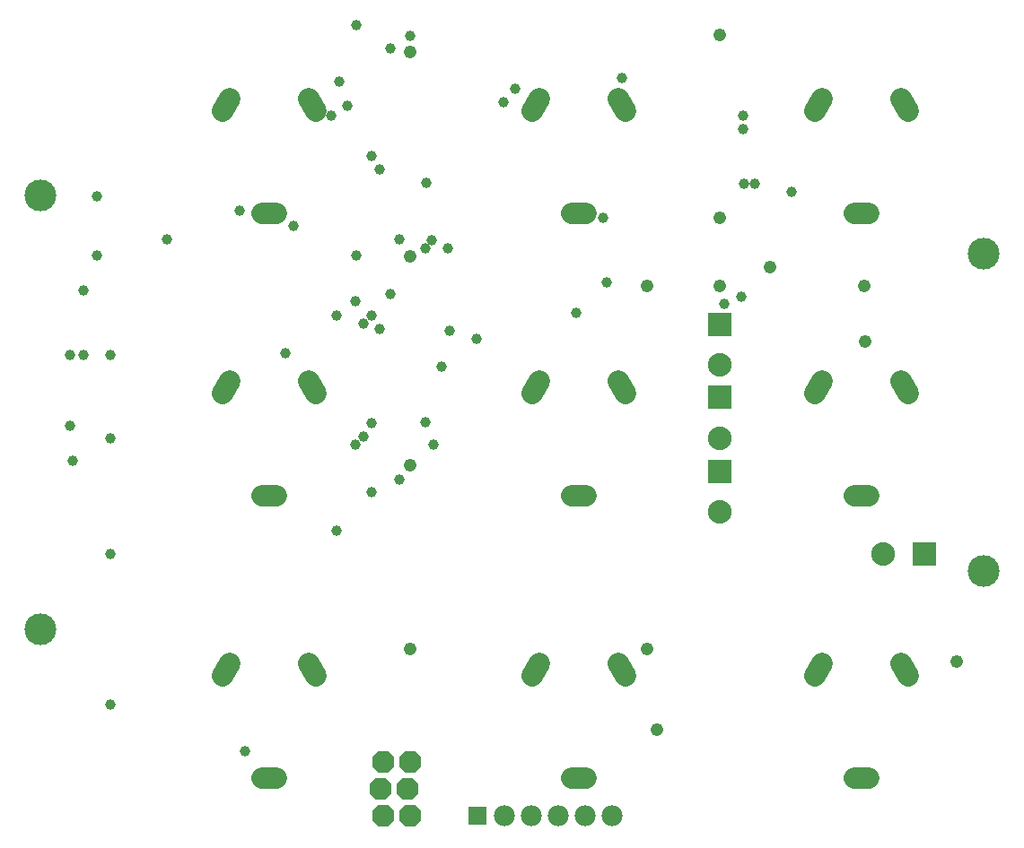
<source format=gbs>
G75*
%MOIN*%
%OFA0B0*%
%FSLAX24Y24*%
%IPPOS*%
%LPD*%
%AMOC8*
5,1,8,0,0,1.08239X$1,22.5*
%
%ADD10R,0.0880X0.0880*%
%ADD11C,0.0880*%
%ADD12R,0.0674X0.0674*%
%ADD13C,0.0780*%
%ADD14OC8,0.0820*%
%ADD15C,0.1182*%
%ADD16C,0.0800*%
%ADD17C,0.0390*%
%ADD18C,0.0476*%
D10*
X028940Y014127D03*
X028940Y016882D03*
X028940Y019595D03*
X036510Y011062D03*
D11*
X034992Y011062D03*
X028940Y012609D03*
X028940Y015364D03*
X028940Y018077D03*
D12*
X019940Y001312D03*
D13*
X020940Y001312D03*
X021940Y001312D03*
X022940Y001312D03*
X023940Y001312D03*
X024940Y001312D03*
D14*
X017440Y001312D03*
X016440Y001312D03*
X016340Y002312D03*
X017340Y002312D03*
X017440Y003312D03*
X016440Y003312D03*
D15*
X003690Y008241D03*
X003690Y024383D03*
X038729Y022218D03*
X038729Y010406D03*
D16*
X034455Y013212D02*
X033925Y013212D01*
X032458Y017033D02*
X032722Y017491D01*
X035658Y017491D02*
X035922Y017033D01*
X034455Y023712D02*
X033925Y023712D01*
X032458Y027533D02*
X032722Y027991D01*
X035658Y027991D02*
X035922Y027533D01*
X025422Y027533D02*
X025158Y027991D01*
X022222Y027991D02*
X021958Y027533D01*
X023425Y023712D02*
X023955Y023712D01*
X025158Y017491D02*
X025422Y017033D01*
X022222Y017491D02*
X021958Y017033D01*
X023425Y013212D02*
X023955Y013212D01*
X025158Y006991D02*
X025422Y006533D01*
X022222Y006991D02*
X021958Y006533D01*
X023425Y002712D02*
X023955Y002712D01*
X032458Y006533D02*
X032722Y006991D01*
X035658Y006991D02*
X035922Y006533D01*
X034455Y002712D02*
X033925Y002712D01*
X013922Y006533D02*
X013658Y006991D01*
X010722Y006991D02*
X010458Y006533D01*
X011925Y002712D02*
X012455Y002712D01*
X012455Y013212D02*
X011925Y013212D01*
X010458Y017033D02*
X010722Y017491D01*
X013658Y017491D02*
X013922Y017033D01*
X012455Y023712D02*
X011925Y023712D01*
X010458Y027533D02*
X010722Y027991D01*
X013658Y027991D02*
X013922Y027533D01*
D17*
X006290Y005462D03*
X011290Y003712D03*
X006290Y011062D03*
X004890Y014512D03*
X004790Y015812D03*
X006290Y015362D03*
X006290Y018462D03*
X005290Y018462D03*
X004790Y018462D03*
X005290Y020862D03*
X005790Y022162D03*
X005790Y024362D03*
X008390Y022762D03*
X011090Y023812D03*
X013090Y023262D03*
X015440Y022162D03*
X017040Y022762D03*
X017990Y022412D03*
X018240Y022712D03*
X018840Y022412D03*
X016690Y020712D03*
X015990Y019912D03*
X015690Y019612D03*
X016290Y019412D03*
X015390Y020462D03*
X014690Y019912D03*
X012790Y018512D03*
X015990Y015912D03*
X015690Y015412D03*
X015390Y015112D03*
X017040Y013812D03*
X015990Y013362D03*
X014690Y011912D03*
X018290Y015112D03*
X017990Y015962D03*
X018590Y018012D03*
X018890Y019362D03*
X019890Y019062D03*
X023590Y020012D03*
X024740Y021162D03*
X024590Y023562D03*
X029090Y020362D03*
X029740Y020612D03*
X031590Y024512D03*
X030240Y024812D03*
X029840Y024812D03*
X029790Y026862D03*
X029790Y027362D03*
X025290Y028762D03*
X021340Y028362D03*
X020890Y027862D03*
X017440Y030312D03*
X016690Y029862D03*
X015440Y030712D03*
X014790Y028612D03*
X015090Y027712D03*
X014490Y027362D03*
X015990Y025862D03*
X016290Y025362D03*
X018040Y024862D03*
D18*
X017440Y022112D03*
X026240Y021012D03*
X028940Y021012D03*
X030790Y021712D03*
X028940Y023562D03*
X034290Y021012D03*
X034340Y018962D03*
X028940Y030362D03*
X017440Y029712D03*
X017440Y014362D03*
X017440Y007512D03*
X026240Y007512D03*
X026590Y004512D03*
X037740Y007062D03*
M02*

</source>
